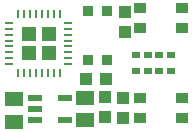
<source format=gbr>
G04 EAGLE Gerber RS-274X export*
G75*
%MOMM*%
%FSLAX34Y34*%
%LPD*%
%INSolderpaste Top*%
%IPPOS*%
%AMOC8*
5,1,8,0,0,1.08239X$1,22.5*%
G01*
%ADD10R,1.500000X1.240000*%
%ADD11R,0.900000X0.900000*%
%ADD12R,0.800000X0.250000*%
%ADD13R,0.250000X0.800000*%
%ADD14R,1.143000X1.143000*%
%ADD15R,1.000000X1.075000*%
%ADD16R,1.200000X0.550000*%
%ADD17R,1.075000X1.000000*%
%ADD18R,1.000000X0.850000*%
%ADD19R,0.720000X0.600000*%


D10*
X145415Y-29235D03*
X145415Y-48235D03*
X85090Y-49505D03*
X85090Y-30505D03*
D11*
X147575Y43995D03*
X163575Y43995D03*
X163575Y2995D03*
X147575Y2995D03*
D12*
X131045Y-990D03*
X131045Y4010D03*
X131045Y9010D03*
X131045Y14010D03*
X131045Y19010D03*
X131045Y24010D03*
X131045Y29010D03*
X131045Y34010D03*
D13*
X123545Y41510D03*
X118545Y41510D03*
X113545Y41510D03*
X108545Y41510D03*
X103545Y41510D03*
X98545Y41510D03*
X93545Y41510D03*
X88545Y41510D03*
D12*
X81045Y34010D03*
X81045Y29010D03*
X81045Y24010D03*
X81045Y19010D03*
X81045Y14010D03*
X81045Y9010D03*
X81045Y4010D03*
X81045Y-990D03*
D13*
X88545Y-8490D03*
X93545Y-8490D03*
X98545Y-8490D03*
X103545Y-8490D03*
X108545Y-8490D03*
X113545Y-8490D03*
X118545Y-8490D03*
X123545Y-8490D03*
D14*
X114300Y24765D03*
X97790Y8255D03*
X114300Y8255D03*
X97790Y24765D03*
D15*
X161925Y-28965D03*
X161925Y-45965D03*
D16*
X102569Y-29235D03*
X102569Y-38735D03*
X102569Y-48235D03*
X128571Y-48235D03*
X128571Y-29235D03*
D17*
X145805Y-13335D03*
X162805Y-13335D03*
D18*
X227050Y-46850D03*
X192050Y-46850D03*
X227050Y-29350D03*
X192050Y-29350D03*
X192050Y46850D03*
X227050Y46850D03*
X192050Y29350D03*
X227050Y29350D03*
D19*
X188150Y7000D03*
X198150Y7000D03*
X208150Y7000D03*
X218150Y7000D03*
X218150Y-7000D03*
X208150Y-7000D03*
X198150Y-7000D03*
X188150Y-7000D03*
D15*
X177165Y-29600D03*
X177165Y-46600D03*
X179070Y26425D03*
X179070Y43425D03*
M02*

</source>
